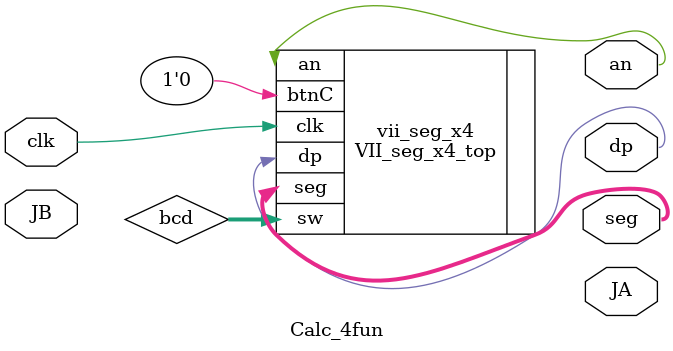
<source format=v>
`timescale 1ns / 1ps


module Calc_4fun(
    input clk,          // 100 MHz clock
    input [7:0] JB,     // Keyboard KYPD
    output [6:0] seg,   // 7 segment stuff
    output an, dp,      // 7 segment stuff
    output [7:0] JA     // for testing
    );

    reg [15:0] x, y, bcd;   // Here for now, but don't know if we need a reg or not

    VII_seg_x4_top vii_seg_x4(
        .clk(clk),
        .sw(bcd),
        .seg(seg), .an(an), .dp(dp),
        .btnC(1'b0)
    );

endmodule

</source>
